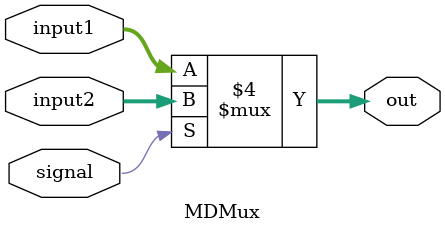
<source format=v>
module MDMux(output reg [31:0] out, input wire [31:0] input1, input2, input wire signal);

always@(*)begin
		if (signal == 1)
			out[31:0] <= input2[31:0];
		else 
			out[31:0] <= input1[31:0];
	end
 
endmodule

</source>
